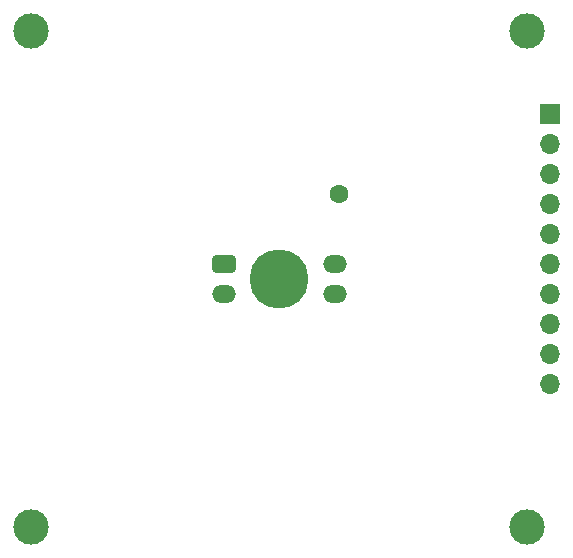
<source format=gbr>
%TF.GenerationSoftware,KiCad,Pcbnew,7.0.11+dfsg-1build4*%
%TF.CreationDate,2026-01-28T23:03:34-05:00*%
%TF.ProjectId,compact-nfc,636f6d70-6163-4742-9d6e-66632e6b6963,rev?*%
%TF.SameCoordinates,Original*%
%TF.FileFunction,Soldermask,Bot*%
%TF.FilePolarity,Negative*%
%FSLAX46Y46*%
G04 Gerber Fmt 4.6, Leading zero omitted, Abs format (unit mm)*
G04 Created by KiCad (PCBNEW 7.0.11+dfsg-1build4) date 2026-01-28 23:03:34*
%MOMM*%
%LPD*%
G01*
G04 APERTURE LIST*
G04 Aperture macros list*
%AMRoundRect*
0 Rectangle with rounded corners*
0 $1 Rounding radius*
0 $2 $3 $4 $5 $6 $7 $8 $9 X,Y pos of 4 corners*
0 Add a 4 corners polygon primitive as box body*
4,1,4,$2,$3,$4,$5,$6,$7,$8,$9,$2,$3,0*
0 Add four circle primitives for the rounded corners*
1,1,$1+$1,$2,$3*
1,1,$1+$1,$4,$5*
1,1,$1+$1,$6,$7*
1,1,$1+$1,$8,$9*
0 Add four rect primitives between the rounded corners*
20,1,$1+$1,$2,$3,$4,$5,0*
20,1,$1+$1,$4,$5,$6,$7,0*
20,1,$1+$1,$6,$7,$8,$9,0*
20,1,$1+$1,$8,$9,$2,$3,0*%
G04 Aperture macros list end*
%ADD10C,3.000000*%
%ADD11R,1.700000X1.700000*%
%ADD12O,1.700000X1.700000*%
%ADD13C,5.000000*%
%ADD14C,1.600000*%
%ADD15RoundRect,0.340500X0.659500X-0.409500X0.659500X0.409500X-0.659500X0.409500X-0.659500X-0.409500X0*%
%ADD16O,2.000000X1.500000*%
G04 APERTURE END LIST*
D10*
%TO.C,MH3*%
X146000000Y-146000000D03*
%TD*%
%TO.C,MH2*%
X104000000Y-146000000D03*
%TD*%
D11*
%TO.C,J1*%
X147900000Y-111000000D03*
D12*
X147900000Y-113540000D03*
X147900000Y-116080000D03*
X147900000Y-118620000D03*
X147900000Y-121160000D03*
X147900000Y-123700000D03*
X147900000Y-126240000D03*
X147900000Y-128780000D03*
X147900000Y-131320000D03*
X147900000Y-133860000D03*
%TD*%
D13*
%TO.C,REF\u002A\u002A*%
X125000000Y-125000000D03*
%TD*%
D14*
%TO.C,U1*%
X130045000Y-117770000D03*
D15*
X120270000Y-123700000D03*
D16*
X120270000Y-126240000D03*
X129720000Y-126240000D03*
X129720000Y-123700000D03*
%TD*%
D10*
%TO.C,MH4*%
X146000000Y-104000000D03*
%TD*%
%TO.C,MH1*%
X104000000Y-104000000D03*
%TD*%
M02*

</source>
